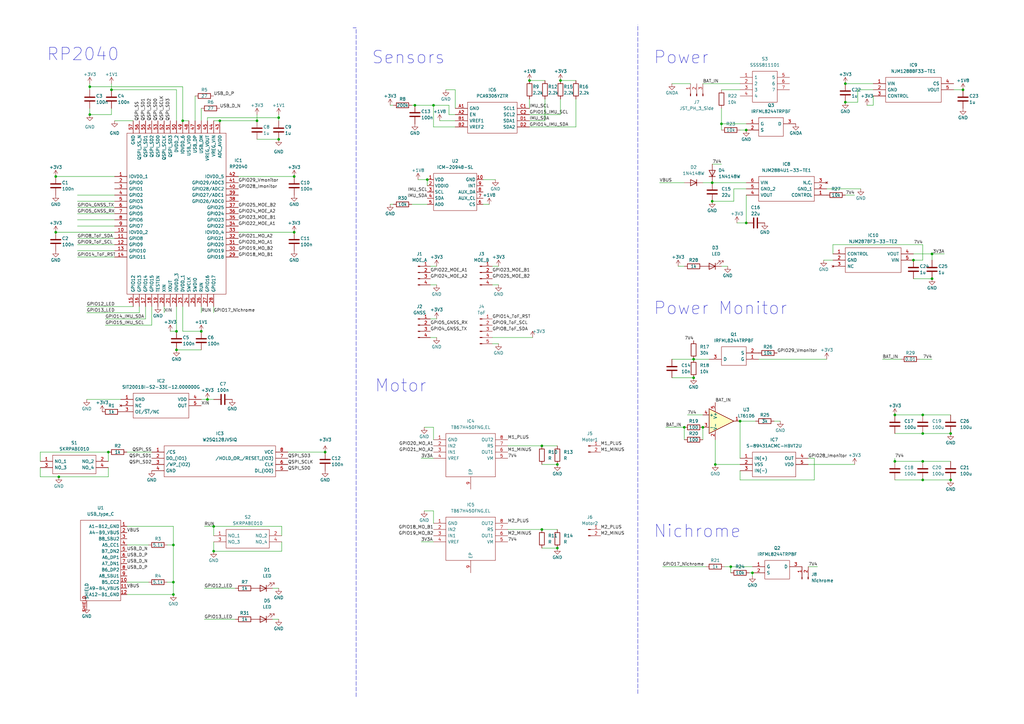
<source format=kicad_sch>
(kicad_sch (version 20211123) (generator eeschema)
  (paper "A3")
  (junction (at 378.46 177.8))
  (junction (at 36.83 35.56))
  (junction (at 44.45 185.42))
  (junction (at 120.65 72.39))
  (junction (at 228.6 190.5))
  (junction (at 303.53 172.72))
  (junction (at 394.97 36.83))
  (junction (at 85.09 163.83))
  (junction (at 288.29 175.26))
  (junction (at 293.37 190.5))
  (junction (at 378.46 170.18))
  (junction (at 114.3 48.26))
  (junction (at 72.39 135.89))
  (junction (at 222.25 182.88))
  (junction (at 299.72 232.41))
  (junction (at 229.87 33.02))
  (junction (at 217.17 33.02))
  (junction (at 36.83 46.99))
  (junction (at 378.46 189.23))
  (junction (at 105.41 49.53))
  (junction (at 306.07 91.44))
  (junction (at 22.86 72.39))
  (junction (at 374.65 106.68))
  (junction (at 280.67 175.26))
  (junction (at 71.12 243.84))
  (junction (at 389.89 177.8))
  (junction (at 71.12 238.76))
  (junction (at 72.39 143.51))
  (junction (at 82.55 135.89))
  (junction (at 133.35 185.42))
  (junction (at 382.27 104.14))
  (junction (at 24.13 195.58))
  (junction (at 292.1 74.93))
  (junction (at 292.1 82.55))
  (junction (at 87.63 226.06))
  (junction (at 367.03 170.18))
  (junction (at 222.25 217.17))
  (junction (at 177.8 43.18))
  (junction (at 284.48 147.32))
  (junction (at 90.17 49.53))
  (junction (at 71.12 223.52))
  (junction (at 22.86 95.25))
  (junction (at 378.46 196.85))
  (junction (at 284.48 154.94))
  (junction (at 120.65 95.25))
  (junction (at 87.63 215.9))
  (junction (at 382.27 114.3))
  (junction (at 346.71 34.29))
  (junction (at 389.89 196.85))
  (junction (at 367.03 189.23))
  (junction (at 170.18 43.18))
  (junction (at 45.72 36.83))
  (junction (at 228.6 224.79))
  (junction (at 308.61 234.95))
  (junction (at 295.91 50.8))
  (junction (at 74.93 49.53))
  (junction (at 114.3 57.15))
  (junction (at 175.26 73.66))
  (junction (at 306.07 53.34))
  (junction (at 346.71 41.91))
  (wire (pts (xy 229.87 33.02) (xy 236.22 33.02)))
  (polyline (pts (xy 261.62 284.48) (xy 261.62 10.16)))
  (wire (pts (xy 22.86 95.25) (xy 46.99 95.25)))
  (wire (pts (xy 292.1 74.93) (xy 288.29 74.93)))
  (wire (pts (xy 177.8 209.55) (xy 177.8 214.63)))
  (wire (pts (xy 114.3 46.99) (xy 114.3 48.26)))
  (wire (pts (xy 57.15 128.27) (xy 57.15 125.73)))
  (wire (pts (xy 114.3 241.3) (xy 111.76 241.3)))
  (wire (pts (xy 300.99 77.47) (xy 300.99 82.55)))
  (wire (pts (xy 31.75 105.41) (xy 46.99 105.41)))
  (polyline (pts (xy 146.05 285.75) (xy 146.05 11.43)))
  (wire (pts (xy 236.22 40.64) (xy 236.22 52.07)))
  (wire (pts (xy 351.79 41.91) (xy 346.71 41.91)))
  (wire (pts (xy 303.53 172.72) (xy 303.53 187.96)))
  (wire (pts (xy 367.03 189.23) (xy 378.46 189.23)))
  (wire (pts (xy 82.55 44.45) (xy 82.55 49.53)))
  (wire (pts (xy 62.23 133.35) (xy 62.23 125.73)))
  (wire (pts (xy 87.63 215.9) (xy 87.63 219.71)))
  (wire (pts (xy 351.79 36.83) (xy 351.79 41.91)))
  (polyline (pts (xy 144.78 11.43) (xy 146.05 11.43)))
  (wire (pts (xy 308.61 234.95) (xy 307.34 234.95)))
  (wire (pts (xy 133.35 185.42) (xy 118.11 185.42)))
  (wire (pts (xy 186.69 36.83) (xy 182.88 36.83)))
  (wire (pts (xy 67.31 128.27) (xy 67.31 125.73)))
  (wire (pts (xy 378.46 177.8) (xy 389.89 177.8)))
  (wire (pts (xy 69.85 135.89) (xy 72.39 135.89)))
  (wire (pts (xy 179.07 109.22) (xy 176.53 109.22)))
  (wire (pts (xy 358.14 36.83) (xy 351.79 36.83)))
  (wire (pts (xy 85.09 49.53) (xy 85.09 48.26)))
  (wire (pts (xy 36.83 35.56) (xy 74.93 35.56)))
  (wire (pts (xy 306.07 80.01) (xy 306.07 91.44)))
  (wire (pts (xy 186.69 44.45) (xy 186.69 36.83)))
  (wire (pts (xy 175.26 73.66) (xy 175.26 76.2)))
  (wire (pts (xy 341.63 100.33) (xy 341.63 104.14)))
  (wire (pts (xy 217.17 33.02) (xy 223.52 33.02)))
  (wire (pts (xy 160.02 83.82) (xy 161.29 83.82)))
  (wire (pts (xy 74.93 125.73) (xy 74.93 135.89)))
  (wire (pts (xy 303.53 196.85) (xy 303.53 193.04)))
  (wire (pts (xy 43.18 133.35) (xy 62.23 133.35)))
  (wire (pts (xy 270.51 74.93) (xy 280.67 74.93)))
  (wire (pts (xy 374.65 114.3) (xy 382.27 114.3)))
  (wire (pts (xy 35.56 163.83) (xy 49.53 163.83)))
  (wire (pts (xy 31.75 100.33) (xy 46.99 100.33)))
  (wire (pts (xy 22.86 72.39) (xy 46.99 72.39)))
  (wire (pts (xy 35.56 128.27) (xy 57.15 128.27)))
  (wire (pts (xy 222.25 182.88) (xy 228.6 182.88)))
  (wire (pts (xy 31.75 87.63) (xy 46.99 87.63)))
  (wire (pts (xy 184.15 43.18) (xy 177.8 43.18)))
  (wire (pts (xy 82.55 128.27) (xy 82.55 125.73)))
  (wire (pts (xy 31.75 102.87) (xy 46.99 102.87)))
  (wire (pts (xy 52.07 223.52) (xy 60.96 223.52)))
  (wire (pts (xy 180.34 49.53) (xy 186.69 49.53)))
  (wire (pts (xy 293.37 190.5) (xy 293.37 180.34)))
  (wire (pts (xy 16.51 195.58) (xy 24.13 195.58)))
  (wire (pts (xy 171.45 73.66) (xy 175.26 73.66)))
  (wire (pts (xy 203.2 73.66) (xy 198.12 73.66)))
  (wire (pts (xy 391.16 36.83) (xy 394.97 36.83)))
  (wire (pts (xy 308.61 232.41) (xy 299.72 232.41)))
  (wire (pts (xy 179.07 138.43) (xy 176.53 138.43)))
  (wire (pts (xy 306.07 77.47) (xy 300.99 77.47)))
  (wire (pts (xy 36.83 36.83) (xy 36.83 35.56)))
  (wire (pts (xy 374.65 104.14) (xy 382.27 104.14)))
  (wire (pts (xy 90.17 49.53) (xy 105.41 49.53)))
  (wire (pts (xy 168.91 83.82) (xy 175.26 83.82)))
  (wire (pts (xy 87.63 215.9) (xy 115.57 215.9)))
  (wire (pts (xy 52.07 243.84) (xy 71.12 243.84)))
  (wire (pts (xy 367.03 187.96) (xy 367.03 189.23)))
  (wire (pts (xy 335.28 232.41) (xy 331.47 232.41)))
  (wire (pts (xy 275.59 34.29) (xy 283.21 34.29)))
  (wire (pts (xy 173.99 209.55) (xy 177.8 209.55)))
  (wire (pts (xy 168.91 43.18) (xy 170.18 43.18)))
  (wire (pts (xy 74.93 35.56) (xy 74.93 49.53)))
  (wire (pts (xy 105.41 57.15) (xy 114.3 57.15)))
  (wire (pts (xy 275.59 154.94) (xy 284.48 154.94)))
  (wire (pts (xy 160.02 43.18) (xy 161.29 43.18)))
  (wire (pts (xy 292.1 74.93) (xy 306.07 74.93)))
  (wire (pts (xy 299.72 232.41) (xy 299.72 234.95)))
  (wire (pts (xy 97.79 72.39) (xy 120.65 72.39)))
  (wire (pts (xy 82.55 163.83) (xy 85.09 163.83)))
  (wire (pts (xy 358.14 43.18) (xy 355.6 43.18)))
  (wire (pts (xy 83.82 254) (xy 96.52 254)))
  (wire (pts (xy 31.75 82.55) (xy 46.99 82.55)))
  (wire (pts (xy 52.07 185.42) (xy 62.23 185.42)))
  (wire (pts (xy 337.82 106.68) (xy 341.63 106.68)))
  (wire (pts (xy 179.07 116.84) (xy 176.53 116.84)))
  (wire (pts (xy 306.07 91.44) (xy 302.26 91.44)))
  (wire (pts (xy 223.52 40.64) (xy 223.52 49.53)))
  (wire (pts (xy 24.13 195.58) (xy 44.45 195.58)))
  (wire (pts (xy 295.91 36.83) (xy 303.53 36.83)))
  (wire (pts (xy 85.09 48.26) (xy 114.3 48.26)))
  (wire (pts (xy 334.01 196.85) (xy 303.53 196.85)))
  (wire (pts (xy 72.39 36.83) (xy 45.72 36.83)))
  (wire (pts (xy 16.51 191.77) (xy 16.51 195.58)))
  (wire (pts (xy 31.75 97.79) (xy 46.99 97.79)))
  (wire (pts (xy 378.46 189.23) (xy 389.89 189.23)))
  (wire (pts (xy 382.27 106.68) (xy 382.27 104.14)))
  (wire (pts (xy 172.72 187.96) (xy 177.8 187.96)))
  (wire (pts (xy 44.45 191.77) (xy 44.45 195.58)))
  (wire (pts (xy 288.29 34.29) (xy 303.53 34.29)))
  (wire (pts (xy 87.63 222.25) (xy 87.63 226.06)))
  (wire (pts (xy 299.72 232.41) (xy 297.18 232.41)))
  (wire (pts (xy 350.52 80.01) (xy 346.71 80.01)))
  (wire (pts (xy 36.83 46.99) (xy 36.83 44.45)))
  (wire (pts (xy 87.63 163.83) (xy 85.09 163.83)))
  (wire (pts (xy 71.12 243.84) (xy 71.12 238.76)))
  (wire (pts (xy 208.28 182.88) (xy 222.25 182.88)))
  (wire (pts (xy 308.61 236.22) (xy 308.61 234.95)))
  (wire (pts (xy 229.87 40.64) (xy 229.87 46.99)))
  (wire (pts (xy 204.47 109.22) (xy 201.93 109.22)))
  (wire (pts (xy 223.52 49.53) (xy 217.17 49.53)))
  (wire (pts (xy 36.83 34.29) (xy 36.83 35.56)))
  (wire (pts (xy 222.25 224.79) (xy 228.6 224.79)))
  (wire (pts (xy 378.46 196.85) (xy 389.89 196.85)))
  (wire (pts (xy 177.8 175.26) (xy 177.8 180.34)))
  (wire (pts (xy 204.47 140.97) (xy 201.93 140.97)))
  (wire (pts (xy 367.03 177.8) (xy 378.46 177.8)))
  (wire (pts (xy 74.93 135.89) (xy 82.55 135.89)))
  (wire (pts (xy 114.3 254) (xy 111.76 254)))
  (wire (pts (xy 71.12 215.9) (xy 52.07 215.9)))
  (wire (pts (xy 339.09 147.32) (xy 311.15 147.32)))
  (wire (pts (xy 275.59 147.32) (xy 284.48 147.32)))
  (wire (pts (xy 83.82 241.3) (xy 96.52 241.3)))
  (wire (pts (xy 59.69 130.81) (xy 43.18 130.81)))
  (wire (pts (xy 306.07 53.34) (xy 303.53 53.34)))
  (wire (pts (xy 115.57 222.25) (xy 115.57 226.06)))
  (wire (pts (xy 378.46 106.68) (xy 378.46 100.33)))
  (wire (pts (xy 71.12 223.52) (xy 71.12 215.9)))
  (wire (pts (xy 46.99 49.53) (xy 54.61 49.53)))
  (wire (pts (xy 200.66 83.82) (xy 198.12 83.82)))
  (wire (pts (xy 71.12 238.76) (xy 71.12 223.52)))
  (wire (pts (xy 59.69 125.73) (xy 59.69 130.81)))
  (wire (pts (xy 105.41 46.99) (xy 105.41 49.53)))
  (wire (pts (xy 35.56 125.73) (xy 54.61 125.73)))
  (wire (pts (xy 186.69 52.07) (xy 177.8 52.07)))
  (wire (pts (xy 295.91 44.45) (xy 295.91 50.8)))
  (wire (pts (xy 222.25 217.17) (xy 228.6 217.17)))
  (wire (pts (xy 31.75 90.17) (xy 46.99 90.17)))
  (wire (pts (xy 353.06 77.47) (xy 339.09 77.47)))
  (wire (pts (xy 172.72 222.25) (xy 177.8 222.25)))
  (wire (pts (xy 290.83 147.32) (xy 284.48 147.32)))
  (wire (pts (xy 320.04 172.72) (xy 317.5 172.72)))
  (wire (pts (xy 114.3 49.53) (xy 114.3 48.26)))
  (wire (pts (xy 295.91 50.8) (xy 306.07 50.8)))
  (wire (pts (xy 350.52 190.5) (xy 331.47 190.5)))
  (wire (pts (xy 177.8 52.07) (xy 177.8 43.18)))
  (wire (pts (xy 236.22 52.07) (xy 217.17 52.07)))
  (wire (pts (xy 31.75 80.01) (xy 46.99 80.01)))
  (wire (pts (xy 36.83 46.99) (xy 45.72 46.99)))
  (wire (pts (xy 334.01 187.96) (xy 334.01 196.85)))
  (wire (pts (xy 382.27 147.32) (xy 377.19 147.32)))
  (wire (pts (xy 16.51 185.42) (xy 16.51 189.23)))
  (wire (pts (xy 367.03 196.85) (xy 378.46 196.85)))
  (wire (pts (xy 208.28 217.17) (xy 222.25 217.17)))
  (wire (pts (xy 273.05 175.26) (xy 280.67 175.26)))
  (wire (pts (xy 271.78 232.41) (xy 289.56 232.41)))
  (wire (pts (xy 44.45 185.42) (xy 44.45 189.23)))
  (wire (pts (xy 331.47 187.96) (xy 334.01 187.96)))
  (wire (pts (xy 186.69 46.99) (xy 184.15 46.99)))
  (wire (pts (xy 217.17 46.99) (xy 229.87 46.99)))
  (wire (pts (xy 80.01 39.37) (xy 80.01 49.53)))
  (wire (pts (xy 60.96 238.76) (xy 52.07 238.76)))
  (wire (pts (xy 217.17 40.64) (xy 217.17 44.45)))
  (wire (pts (xy 309.88 172.72) (xy 303.53 172.72)))
  (wire (pts (xy 87.63 49.53) (xy 90.17 49.53)))
  (wire (pts (xy 280.67 175.26) (xy 280.67 180.34)))
  (wire (pts (xy 72.39 125.73) (xy 72.39 135.89)))
  (wire (pts (xy 45.72 34.29) (xy 45.72 36.83)))
  (wire (pts (xy 87.63 128.27) (xy 87.63 125.73)))
  (wire (pts (xy 31.75 85.09) (xy 46.99 85.09)))
  (wire (pts (xy 358.14 39.37) (xy 358.14 43.18)))
  (wire (pts (xy 115.57 215.9) (xy 115.57 219.71)))
  (wire (pts (xy 346.71 34.29) (xy 358.14 34.29)))
  (wire (pts (xy 288.29 175.26) (xy 288.29 180.34)))
  (wire (pts (xy 170.18 43.18) (xy 177.8 43.18)))
  (wire (pts (xy 83.82 215.9) (xy 87.63 215.9)))
  (wire (pts (xy 387.35 104.14) (xy 382.27 104.14)))
  (wire (pts (xy 201.93 138.43) (xy 218.44 138.43)))
  (wire (pts (xy 367.03 170.18) (xy 378.46 170.18)))
  (wire (pts (xy 72.39 143.51) (xy 82.55 143.51)))
  (wire (pts (xy 45.72 46.99) (xy 45.72 44.45)))
  (wire (pts (xy 293.37 190.5) (xy 303.53 190.5)))
  (wire (pts (xy 173.99 175.26) (xy 177.8 175.26)))
  (wire (pts (xy 295.91 67.31) (xy 292.1 67.31)))
  (wire (pts (xy 378.46 170.18) (xy 389.89 170.18)))
  (wire (pts (xy 222.25 190.5) (xy 228.6 190.5)))
  (wire (pts (xy 378.46 100.33) (xy 341.63 100.33)))
  (wire (pts (xy 16.51 185.42) (xy 44.45 185.42)))
  (wire (pts (xy 68.58 238.76) (xy 71.12 238.76)))
  (wire (pts (xy 295.91 50.8) (xy 295.91 53.34)))
  (wire (pts (xy 97.79 95.25) (xy 120.65 95.25)))
  (wire (pts (xy 300.99 82.55) (xy 292.1 82.55)))
  (wire (pts (xy 72.39 49.53) (xy 72.39 36.83)))
  (wire (pts (xy 31.75 92.71) (xy 46.99 92.71)))
  (wire (pts (xy 74.93 49.53) (xy 77.47 49.53)))
  (wire (pts (xy 204.47 116.84) (xy 201.93 116.84)))
  (wire (pts (xy 184.15 46.99) (xy 184.15 43.18)))
  (wire (pts (xy 298.45 109.22) (xy 295.91 109.22)))
  (wire (pts (xy 115.57 226.06) (xy 87.63 226.06)))
  (wire (pts (xy 179.07 130.81) (xy 176.53 130.81)))
  (wire (pts (xy 278.13 109.22) (xy 280.67 109.22)))
  (wire (pts (xy 374.65 106.68) (xy 378.46 106.68)))
  (wire (pts (xy 68.58 223.52) (xy 71.12 223.52)))
  (wire (pts (xy 361.95 147.32) (xy 369.57 147.32)))
  (wire (pts (xy 281.94 170.18) (xy 288.29 170.18)))
  (text "Power" (at 267.97 26.67 0) (effects (font (size 5.12 5.12)) (justify left bottom)))
  (text "RP2040" (at 19.05 25.4 0) (effects (font (size 5.12 5.12)) (justify left bottom)))
  (text "Nichrome" (at 267.97 220.98 0) (effects (font (size 5.12 5.12)) (justify left bottom)))
  (text "Sensors" (at 152.4 26.67 0) (effects (font (size 5.12 5.12)) (justify left bottom)))
  (text "Motor" (at 153.67 161.29 0) (effects (font (size 5.12 5.12)) (justify left bottom)))
  (text "Power Monitor" (at 267.97 129.54 0) (effects (font (size 5.12 5.12)) (justify left bottom)))
  (label "QSPI_SD1" (at 59.69 49.53 90))
  (label "7V4" (at 367.03 187.96 0))
  (label "7V4" (at 281.94 170.18 0))
  (label "GPIO25_MOE_B2" (at 201.93 114.3 0))
  (label "QSPI_SD0" (at 118.11 193.04 0))
  (label "GPIO14_ToF_RST" (at 31.75 105.41 0))
  (label "GPIO21_MO_A2" (at 177.8 185.42 180))
  (label "3V3A" (at 172.72 222.25 0))
  (label "IMU_SDA" (at 217.17 49.53 0))
  (label "QSPI_SD2" (at 62.23 190.5 180))
  (label "QSPI_SCLK" (at 67.31 49.53 90))
  (label "GPIO14_IMU_SDA" (at 43.18 130.81 0))
  (label "3V3A" (at 387.35 104.14 180))
  (label "GPIO25_MOE_B2" (at 97.79 85.09 0))
  (label "QSPI_SD3" (at 69.85 49.53 90))
  (label "USB_D_N" (at 90.17 44.45 0))
  (label "7V4" (at 378.46 100.33 180))
  (label "GPIO29_Vmonitor" (at 97.79 74.93 0))
  (label "7V4" (at 208.28 222.25 0))
  (label "GPIO18_MO_B1" (at 97.79 105.41 0))
  (label "GPIO18_MO_B1" (at 177.8 217.17 180))
  (label "GPIO19_MO_B2" (at 177.8 219.71 180))
  (label "GPIO14_ToF_RST" (at 201.93 130.81 0))
  (label "M2_PLUS" (at 246.38 217.17 0))
  (label "GPIO9_ToF_SCL" (at 201.93 133.35 0))
  (label "GPIO29_Vmonitor" (at 318.77 144.78 0))
  (label "QSPI_SD2" (at 62.23 49.53 90))
  (label "GPIO15_IMU_SCL" (at 217.17 46.99 0))
  (label "GPIO20_MO_A1" (at 97.79 100.33 0))
  (label "3V3A" (at 172.72 187.96 0))
  (label "VBUS" (at 52.07 241.3 0))
  (label "GPIO17_Nichrome" (at 87.63 128.27 0))
  (label "USB_D_P" (at 87.63 39.37 0))
  (label "GPIO28_Imonitor" (at 331.47 187.96 0))
  (label "QSPI_SS" (at 57.15 49.53 90))
  (label "GPIO15_IMU_SCL" (at 43.18 133.35 0))
  (label "M1_MINUS" (at 246.38 185.42 0))
  (label "GPIO14_IMU_SDA" (at 217.17 52.07 0))
  (label "USB_D_N" (at 52.07 226.06 0))
  (label "M2_PLUS" (at 208.28 214.63 0))
  (label "BAT_IN" (at 273.05 175.26 0))
  (label "QSPI_SD3" (at 118.11 187.96 0))
  (label "GPIO17_Nichrome" (at 271.78 232.41 0))
  (label "GPIO12_LED" (at 83.82 241.3 0))
  (label "VBUS" (at 270.51 74.93 0))
  (label "GPIO4_GNSS_TX" (at 176.53 135.89 0))
  (label "IMU_SDA" (at 175.26 81.28 180))
  (label "GPIO22_MOE_A1" (at 176.53 111.76 0))
  (label "GPIO24_MOE_A2" (at 97.79 87.63 0))
  (label "GPIO23_MOE_B1" (at 97.79 90.17 0))
  (label "USB_D_P" (at 52.07 228.6 0))
  (label "RUN" (at 83.82 215.9 0))
  (label "GPIO13_LED" (at 35.56 128.27 0))
  (label "M1_MINUS" (at 208.28 185.42 0))
  (label "GPIO22_MOE_A1" (at 97.79 92.71 0))
  (label "USB_D_P" (at 52.07 233.68 0))
  (label "IMU_SCL" (at 175.26 78.74 180))
  (label "GPIO23_MOE_B1" (at 201.93 111.76 0))
  (label "USB_D_N" (at 52.07 231.14 0))
  (label "BAT_IN" (at 293.37 165.1 0))
  (label "GPIO28_Imonitor" (at 97.79 77.47 0))
  (label "BAT_IN" (at 361.95 147.32 0))
  (label "M2_MINUS" (at 246.38 219.71 0))
  (label "7V4" (at 208.28 187.96 0))
  (label "GPIO5_GNSS_RX" (at 31.75 87.63 0))
  (label "QSPI_SS" (at 62.23 185.42 180))
  (label "M2_MINUS" (at 208.28 219.71 0))
  (label "GPIO8_ToF_SDA" (at 31.75 97.79 0))
  (label "7V4" (at 350.52 80.01 180))
  (label "GPIO12_LED" (at 35.56 125.73 0))
  (label "7V4" (at 335.28 232.41 180))
  (label "VBUS" (at 52.07 218.44 0))
  (label "GPIO13_LED" (at 83.82 254 0))
  (label "GPIO9_ToF_SCL" (at 31.75 100.33 0))
  (label "M1_PLUS" (at 208.28 180.34 0))
  (label "QSPI_SD1" (at 62.23 187.96 180))
  (label "GPIO19_MO_B2" (at 97.79 102.87 0))
  (label "BAT_IN" (at 288.29 34.29 0))
  (label "GPIO21_MO_A2" (at 97.79 97.79 0))
  (label "7V4" (at 284.48 139.7 180))
  (label "GPIO24_MOE_A2" (at 176.53 114.3 0))
  (label "GPIO4_GNSS_TX" (at 31.75 85.09 0))
  (label "GPIO20_MO_A1" (at 177.8 182.88 180))
  (label "IMU_SCL" (at 217.17 44.45 0))
  (label "RUN" (at 82.55 128.27 0))
  (label "7V4" (at 295.91 67.31 180))
  (label "GPIO8_ToF_SDA" (at 201.93 135.89 0))
  (label "7V4" (at 382.27 147.32 180))
  (label "GPIO5_GNSS_RX" (at 176.53 133.35 0))
  (label "XIN" (at 82.55 166.37 0))
  (label "M1_PLUS" (at 246.38 182.88 0))
  (label "QSPI_SD0" (at 64.77 49.53 90))
  (label "QSPI_SCLK" (at 118.11 190.5 0))
  (label "XIN" (at 67.31 128.27 0))
  (symbol (lib_id "Amplifier_Current:LT6106") (at 295.91 172.72 0) (unit 1)
    (property "Reference" "U3" (at 306.07 168.021 0))
    (property "Value" "LT6106" (at 306.07 170.561 0))
    (property "Footprint" "Package_TO_SOT_SMD:SOT-23-5" (effects hide))
    (property "Datasheet" "https://www.analog.com/media/en/technical-documentation/data-sheets/6106fb.pdf" (effects hide))
  )
  (symbol (lib_id "power:GND") (at 71.12 243.84 0) (unit 1)
    (property "Reference" "#PWR0114" (effects hide))
    (property "Value" "GND" (at 71.12 247.65 0))
  )
  (symbol (lib_id "Device:R") (at 165.1 43.18 90) (unit 1)
    (property "Reference" "R8" (at 165.1 40.64 90))
    (property "Value" "200k" (at 165.1 43.18 90))
    (property "Footprint" "Resistor_SMD:R_0402_1005Metric" (effects hide))
    (property "LCSC" "C25764" (effects hide))
  )
  (symbol (lib_id "power:GND") (at 298.45 109.22 0) (unit 1)
    (property "Reference" "#PWR0162" (effects hide))
    (property "Value" "GND" (at 298.45 113.03 0))
  )
  (symbol (lib_id "power:GND") (at 170.18 50.8 0) (unit 1)
    (property "Reference" "#PWR0134" (effects hide))
    (property "Value" "GND" (at 170.18 54.61 0))
  )
  (symbol (lib_id "Device:C") (at 389.89 193.04 0) (unit 1)
    (property "Reference" "C21" (at 393.7 191.7699 0) (effects (justify left)))
    (property "Value" "100u" (at 393.7 194.3099 0) (effects (justify left)))
    (property "Footprint" "Capacitor_SMD:C_1206_3216Metric" (effects hide))
  )
  (symbol (lib_id "Device:C") (at 120.65 76.2 0) (unit 1)
    (property "Reference" "C10" (at 123.19 74.93 0) (effects (justify left)))
    (property "Value" "100n" (at 123.19 77.47 0) (effects (justify left)))
    (property "Footprint" "Capacitor_SMD:C_0603_1608Metric" (effects hide))
  )
  (symbol (lib_id "prometheus-schlib:ICM-20948-SL") (at 177.8 86.36 0) (unit 1)
    (property "Reference" "U2" (at 186.69 66.04 0))
    (property "Value" "ICM-20948-SL" (at 186.69 68.58 0))
    (property "Footprint" "tanekonsat:ICM-20948_SL" (effects hide))
  )
  (symbol (lib_id "Device:C") (at 394.97 40.64 0) (unit 1)
    (property "Reference" "C23" (at 397.51 39.37 0) (effects (justify left)))
    (property "Value" "1u" (at 397.51 41.91 0) (effects (justify left)))
    (property "Footprint" "Capacitor_SMD:C_0402_1005Metric" (effects hide))
    (property "LCSC" "C52923" (effects hide))
  )
  (symbol (lib_id "SamacSys_Parts:NJM2884U1-33-TE1") (at 339.09 80.01 180) (unit 1)
    (property "Reference" "IC8" (at 322.58 67.31 0))
    (property "Value" "NJM2884U1-33-TE1" (at 322.58 69.85 0))
    (property "Footprint" "SamacSys_Parts:SOT-89-5-1" (effects hide))
    (property "Datasheet" "https://datasheet.datasheetarchive.com/originals/distributors/Datasheets_SAMA/b94e053d9cfcd12f7d94bbb1d1d41848.pdf" (effects hide))
    (property "Description" "Low Dropout Voltage Regulator New Japan Radio NJM2884U1-33-TE1, LDO Voltage Regulator, 0.65A, 3.3 V +/-1%, 5-Pin SOT-89" (effects hide))
    (property "Manufacturer_Name" "New Japan Radio" (effects hide))
    (property "Manufacturer_Part_Number" "NJM2884U1-33-TE1" (effects hide))
    (property "Mouser Part Number" "513-NJM2884U1-33-TE1" (effects hide))
    (property "Mouser Price/Stock" "https://www.mouser.co.uk/ProductDetail/NJR/NJM2884U1-33-TE1?qs=3unH%2FDqlvl8RhrRFn1uloA%3D%3D" (effects hide))
  )
  (symbol (lib_id "power:GND") (at 120.65 80.01 0) (unit 1)
    (property "Reference" "#PWR0128" (effects hide))
    (property "Value" "GND" (at 120.65 83.82 0))
  )
  (symbol (lib_id "power:+3V3") (at 218.44 138.43 0) (unit 1)
    (property "Reference" "#PWR0144" (effects hide))
    (property "Value" "+3V3" (at 220.98 135.89 0))
  )
  (symbol (lib_id "power:GND") (at 22.86 102.87 0) (unit 1)
    (property "Reference" "#PWR0111" (effects hide))
    (property "Value" "GND" (at 22.86 106.68 0))
  )
  (symbol (lib_id "power:+1V8") (at 171.45 73.66 0) (unit 1)
    (property "Reference" "#PWR0138" (effects hide))
    (property "Value" "+1V8" (at 171.45 69.85 0))
  )
  (symbol (lib_id "Connector:Conn_01x02_Male") (at 328.93 237.49 90) (unit 1)
    (property "Reference" "J8" (at 332.74 235.5849 90) (effects (justify right)))
    (property "Value" "Nichrome" (at 332.74 238.1249 90) (effects (justify right)))
    (property "Footprint" "tanekonsat:PinHeader_1x02_P2.00mm_Vertical" (effects hide))
  )
  (symbol (lib_id "power:GND") (at 308.61 236.22 0) (unit 1)
    (property "Reference" "#PWR0167" (effects hide))
    (property "Value" "GND" (at 308.61 240.03 0))
  )
  (symbol (lib_id "power:GND") (at 204.47 116.84 0) (unit 1)
    (property "Reference" "#PWR0146" (effects hide))
    (property "Value" "GND" (at 204.47 120.65 0))
  )
  (symbol (lib_id "power:+3V3") (at 22.86 95.25 0) (unit 1)
    (property "Reference" "#PWR0110" (effects hide))
    (property "Value" "+3V3" (at 22.86 91.44 0))
  )
  (symbol (lib_id "power:GND") (at 337.82 106.68 0) (unit 1)
    (property "Reference" "#PWR0150" (effects hide))
    (property "Value" "GND" (at 337.82 110.49 0))
  )
  (symbol (lib_id "power:+3V3") (at 22.86 72.39 0) (unit 1)
    (property "Reference" "#PWR0112" (effects hide))
    (property "Value" "+3V3" (at 22.86 68.58 0))
  )
  (symbol (lib_id "power:+3V3") (at 120.65 72.39 0) (unit 1)
    (property "Reference" "#PWR0130" (effects hide))
    (property "Value" "+3V3" (at 120.65 68.58 0))
  )
  (symbol (lib_id "Device:C") (at 22.86 76.2 0) (unit 1)
    (property "Reference" "C1" (at 25.4 74.93 0) (effects (justify left)))
    (property "Value" "100n" (at 25.4 77.47 0) (effects (justify left)))
    (property "Footprint" "Capacitor_SMD:C_0603_1608Metric" (effects hide))
  )
  (symbol (lib_id "Device:R") (at 284.48 175.26 90) (unit 1)
    (property "Reference" "R19" (at 284.48 172.72 90))
    (property "Value" "100" (at 284.48 175.26 90))
    (property "Footprint" "Resistor_SMD:R_0402_1005Metric" (effects hide))
    (property "LCSC" "C25076" (effects hide))
  )
  (symbol (lib_id "power:+3V3") (at 69.85 135.89 0) (unit 1)
    (property "Reference" "#PWR0102" (effects hide))
    (property "Value" "+3V3" (at 69.85 132.08 0))
  )
  (symbol (lib_id "Device:R") (at 48.26 185.42 90) (unit 1)
    (property "Reference" "R2" (at 48.26 182.88 90))
    (property "Value" "1k" (at 48.26 185.42 90))
    (property "Footprint" "Resistor_SMD:R_0402_1005Metric" (effects hide))
    (property "LCSC" "C11702" (effects hide))
  )
  (symbol (lib_id "Device:R") (at 293.37 232.41 90) (unit 1)
    (property "Reference" "R21" (at 293.37 229.87 90))
    (property "Value" "1k" (at 293.37 232.41 90))
    (property "Footprint" "Resistor_SMD:R_0402_1005Metric" (effects hide))
    (property "LCSC" "C11702" (effects hide))
  )
  (symbol (lib_id "SamacSys_Parts:W25Q128JVSIQ") (at 62.23 185.42 0) (unit 1)
    (property "Reference" "IC3" (at 90.17 177.8 0))
    (property "Value" "W25Q128JVSIQ" (at 90.17 180.34 0))
    (property "Footprint" "SamacSys_Parts:SOIC127P790X216-8N" (effects hide))
    (property "Datasheet" "https://www.winbond.com/resource-files/w25q128jv%20revf%2003272018%20plus.pdf" (effects hide))
    (property "Description" "NOR Flash spiFlash, 3V, 128M-bit, 4Kb Uniform Sector" (effects hide))
    (property "Height" "2.16" (effects hide))
    (property "Manufacturer_Name" "Winbond" (effects hide))
    (property "Manufacturer_Part_Number" "W25Q128JVSIQ" (effects hide))
    (property "Mouser Part Number" "454-W25Q128JVSIQ" (effects hide))
    (property "Mouser Price/Stock" "https://www.mouser.co.uk/ProductDetail/Winbond/W25Q128JVSIQ?qs=qSfuJ%252Bfl%2Fd6tLXvPR4fl9w%3D%3D" (effects hide))
    (property "Arrow Part Number" "W25Q128JVSIQ" (effects hide))
    (property "Arrow Price/Stock" "https://www.arrow.com/en/products/w25q128jvsiq/winbond-electronics?region=nac" (effects hide))
  )
  (symbol (lib_id "power:GND") (at 114.3 254 0) (unit 1)
    (property "Reference" "#PWR0176" (effects hide))
    (property "Value" "GND" (at 114.3 257.81 0))
  )
  (symbol (lib_id "Device:R") (at 45.72 168.91 90) (unit 1)
    (property "Reference" "R1" (at 45.72 166.37 90))
    (property "Value" "1k" (at 45.72 168.91 90))
    (property "Footprint" "Resistor_SMD:R_0402_1005Metric" (effects hide))
    (property "LCSC" "C11702" (effects hide))
  )
  (symbol (lib_id "Connector:Conn_01x04_Male") (at 171.45 133.35 0) (unit 1)
    (property "Reference" "J2" (at 172.085 125.73 0))
    (property "Value" "GNSS" (at 172.085 128.27 0))
    (property "Footprint" "tanekonsat:PinHeader_1x04_P2.00mm_Vertical" (effects hide))
  )
  (symbol (lib_id "power:+3V3") (at 204.47 109.22 0) (unit 1)
    (property "Reference" "#PWR0145" (effects hide))
    (property "Value" "+3V3" (at 204.47 105.41 0))
  )
  (symbol (lib_id "power:GND") (at 36.83 46.99 0) (unit 1)
    (property "Reference" "#PWR0121" (effects hide))
    (property "Value" "GND" (at 36.83 52.07 0))
  )
  (symbol (lib_id "power:GND") (at 173.99 175.26 0) (unit 1)
    (property "Reference" "#PWR0153" (effects hide))
    (property "Value" "GND" (at 173.99 179.07 0))
  )
  (symbol (lib_id "Device:LED") (at 292.1 109.22 180) (unit 1)
    (property "Reference" "D3" (at 293.37 101.6 0))
    (property "Value" "LED" (at 293.6875 104.14 0))
    (property "Footprint" "LED_SMD:LED_0603_1608Metric" (effects hide))
    (property "LCSC" "C72041" (effects hide))
  )
  (symbol (lib_id "Device:C") (at 45.72 40.64 0) (unit 1)
    (property "Reference" "C4" (at 48.26 39.37 0) (effects (justify left)))
    (property "Value" "100n" (at 48.26 41.91 0) (effects (justify left)))
    (property "Footprint" "Capacitor_SMD:C_0402_1005Metric" (effects hide))
    (property "LCSC" "C307331" (effects hide))
  )
  (symbol (lib_id "power:+1V8") (at 180.34 49.53 0) (unit 1)
    (property "Reference" "#PWR0135" (effects hide))
    (property "Value" "+1V8" (at 180.34 45.72 0))
  )
  (symbol (lib_id "SamacSys_Parts:IRFML8244TRPBF") (at 308.61 232.41 0) (unit 1)
    (property "Reference" "Q2" (at 318.77 224.79 0))
    (property "Value" "IRFML8244TRPBF" (at 318.77 227.33 0))
    (property "Footprint" "SamacSys_Parts:SOT95P237X112-3N" (effects hide))
    (property "Datasheet" "http://www.infineon.com/dgdl/irfml8244pbf.pdf?fileId=5546d462533600a40153562817c91fc0" (effects hide))
    (property "Description" "MOSFET MOSFT 25V 5.8A 24mOhm 5.4 Qg" (effects hide))
    (property "Height" "1.12" (effects hide))
    (property "Manufacturer_Name" "Infineon" (effects hide))
    (property "Manufacturer_Part_Number" "IRFML8244TRPBF" (effects hide))
    (property "Mouser Part Number" "942-IRFML8244TRPBF" (effects hide))
    (property "Mouser Price/Stock" "https://www.mouser.co.uk/ProductDetail/Infineon-IR/IRFML8244TRPBF?qs=9%252BKlkBgLFf0%252B01xOpCf7sA%3D%3D" (effects hide))
    (property "Arrow Part Number" "IRFML8244TRPBF" (effects hide))
    (property "Arrow Price/Stock" "https://www.arrow.com/en/products/irfml8244trpbf/infineon-technologies-ag" (effects hide))
  )
  (symbol (lib_id "Device:R") (at 284.48 180.34 90) (unit 1)
    (property "Reference" "R20" (at 284.48 177.8 90))
    (property "Value" "100" (at 284.48 180.34 90))
    (property "Footprint" "Resistor_SMD:R_0402_1005Metric" (effects hide))
    (property "LCSC" "C25076" (effects hide))
  )
  (symbol (lib_id "Device:C") (at 114.3 53.34 0) (unit 1)
    (property "Reference" "C9" (at 116.84 52.07 0) (effects (justify left)))
    (property "Value" "1u" (at 116.84 54.61 0) (effects (justify left)))
    (property "Footprint" "Capacitor_SMD:C_0402_1005Metric" (effects hide))
    (property "LCSC" "C52923" (effects hide))
  )
  (symbol (lib_id "power:GND") (at 120.65 102.87 0) (unit 1)
    (property "Reference" "#PWR0129" (effects hide))
    (property "Value" "GND" (at 120.65 106.68 0))
  )
  (symbol (lib_id "power:GND") (at 284.48 154.94 0) (unit 1)
    (property "Reference" "#PWR0173" (effects hide))
    (property "Value" "GND" (at 284.48 158.75 0))
  )
  (symbol (lib_id "power:+3V3") (at 133.35 185.42 0) (unit 1)
    (property "Reference" "#PWR0125" (effects hide))
    (property "Value" "+3V3" (at 133.35 180.34 0))
  )
  (symbol (lib_id "power:GND") (at 179.07 138.43 0) (unit 1)
    (property "Reference" "#PWR0143" (effects hide))
    (property "Value" "GND" (at 179.07 142.24 0))
  )
  (symbol (lib_id "Device:R") (at 100.33 241.3 90) (unit 1)
    (property "Reference" "R7" (at 100.33 238.76 90))
    (property "Value" "1k" (at 100.33 241.3 90))
    (property "Footprint" "Resistor_SMD:R_0402_1005Metric" (effects hide))
    (property "LCSC" "C11702" (effects hide))
  )
  (symbol (lib_id "Device:R") (at 342.9 80.01 90) (unit 1)
    (property "Reference" "R27" (at 342.9 77.47 90))
    (property "Value" "10k" (at 342.9 80.01 90))
    (property "Footprint" "Resistor_SMD:R_0402_1005Metric" (effects hide))
    (property "LCSC" "C25744" (effects hide))
  )
  (symbol (lib_id "power:GND") (at 306.07 53.34 0) (unit 1)
    (property "Reference" "#PWR0159" (effects hide))
    (property "Value" "GND" (at 306.07 57.15 0))
  )
  (symbol (lib_id "Connector:Conn_01x04_Male") (at 171.45 111.76 0) (unit 1)
    (property "Reference" "J1" (at 172.085 104.14 0))
    (property "Value" "MOE_A" (at 172.085 106.68 0))
    (property "Footprint" "tanekonsat:PinHeader_1x04_P2.00mm_Vertical" (effects hide))
  )
  (symbol (lib_id "power:+3V3") (at 302.26 91.44 0) (unit 1)
    (property "Reference" "#PWR0171" (effects hide))
    (property "Value" "+3V3" (at 302.26 87.63 0))
  )
  (symbol (lib_id "Device:R") (at 165.1 83.82 90) (unit 1)
    (property "Reference" "R30" (at 165.1 81.28 90))
    (property "Value" "10k" (at 165.1 83.82 90))
    (property "Footprint" "Resistor_SMD:R_0402_1005Metric" (effects hide))
    (property "LCSC" "C25744" (effects hide))
  )
  (symbol (lib_id "Device:C") (at 378.46 173.99 0) (unit 1)
    (property "Reference" "C19" (at 382.27 172.7199 0) (effects (justify left)))
    (property "Value" "100u" (at 382.27 175.2599 0) (effects (justify left)))
    (property "Footprint" "Capacitor_SMD:C_1206_3216Metric" (effects hide))
  )
  (symbol (lib_id "power:GND") (at 182.88 36.83 0) (unit 1)
    (property "Reference" "#PWR0133" (effects hide))
    (property "Value" "GND" (at 182.88 40.64 0))
  )
  (symbol (lib_id "SamacSys_Parts:SSSS811101") (at 303.53 31.75 0) (unit 1)
    (property "Reference" "S3" (at 313.69 24.13 0))
    (property "Value" "SSSS811101" (at 313.69 26.67 0))
    (property "Footprint" "SamacSys_Parts:SSSS811101" (effects hide))
    (property "Description" "Slide Switches SPDT HORZ GRND 1.5mm" (effects hide))
    (property "Height" "1.6" (effects hide))
    (property "Manufacturer_Name" "ALPS Electric" (effects hide))
    (property "Manufacturer_Part_Number" "SSSS811101" (effects hide))
    (property "Mouser Part Number" "688-SSSS811101" (effects hide))
    (property "Mouser Price/Stock" "https://www.mouser.co.uk/ProductDetail/Alps-Alpine/SSSS811101?qs=m0BA540hBPe%2FELmLcs%2FcCA%3D%3D" (effects hide))
    (property "Arrow Part Number" "SSSS811101" (effects hide))
    (property "Arrow Price/Stock" "https://www.arrow.com/en/products/ssss811101/alps-electric" (effects hide))
    (property "LCSC" "C109335" (effects hide))
  )
  (symbol (lib_id "Device:C") (at 133.35 189.23 0) (unit 1)
    (property "Reference" "C12" (at 135.89 187.96 0) (effects (justify left)))
    (property "Value" "100n" (at 135.89 190.5 0) (effects (justify left)))
    (property "Footprint" "Capacitor_SMD:C_0402_1005Metric" (effects hide))
    (property "LCSC" "C307331" (effects hide))
  )
  (symbol (lib_id "power:GND") (at 346.71 41.91 0) (unit 1)
    (property "Reference" "#PWR0139" (effects hide))
    (property "Value" "GND" (at 346.71 45.72 0))
  )
  (symbol (lib_id "Device:R") (at 228.6 220.98 0) (unit 1)
    (property "Reference" "R14" (at 231.14 219.7099 0) (effects (justify left)))
    (property "Value" "R" (at 231.14 222.2499 0) (effects (justify left)))
    (property "Footprint" "Resistor_SMD:R_0603_1608Metric" (effects hide))
  )
  (symbol (lib_id "power:+3V3") (at 120.65 95.25 0) (unit 1)
    (property "Reference" "#PWR0127" (effects hide))
    (property "Value" "+3V3" (at 120.65 91.44 0))
  )
  (symbol (lib_id "Device:C") (at 120.65 99.06 0) (unit 1)
    (property "Reference" "C11" (at 123.19 97.79 0) (effects (justify left)))
    (property "Value" "100n" (at 123.19 100.33 0) (effects (justify left)))
    (property "Footprint" "Capacitor_SMD:C_0402_1005Metric" (effects hide))
    (property "LCSC" "C307331" (effects hide))
  )
  (symbol (lib_id "Device:C") (at 367.03 173.99 0) (unit 1)
    (property "Reference" "C17" (at 370.84 172.7199 0) (effects (justify left)))
    (property "Value" "100u" (at 370.84 175.2599 0) (effects (justify left)))
    (property "Footprint" "Capacitor_SMD:C_1206_3216Metric" (effects hide))
  )
  (symbol (lib_id "power:+3V3") (at 85.09 163.83 0) (unit 1)
    (property "Reference" "#PWR0103" (effects hide))
    (property "Value" "+3V3" (at 85.09 160.02 0))
  )
  (symbol (lib_id "Device:R") (at 284.48 109.22 90) (unit 1)
    (property "Reference" "R28" (at 284.48 106.68 90))
    (property "Value" "1k" (at 284.48 109.22 90))
    (property "Footprint" "Resistor_SMD:R_0402_1005Metric" (effects hide))
    (property "LCSC" "C11702" (effects hide))
  )
  (symbol (lib_id "power:+3V3") (at 346.71 34.29 0) (unit 1)
    (property "Reference" "#PWR0174" (effects hide))
    (property "Value" "+3V3" (at 346.71 30.48 0))
  )
  (symbol (lib_id "SamacSys_Parts:SKRPABE010") (at 16.51 189.23 0) (unit 1)
    (property "Reference" "S1" (at 30.48 181.61 0))
    (property "Value" "SKRPABE010" (at 30.48 184.15 0))
    (property "Footprint" "SamacSys_Parts:SKRPABE010" (effects hide))
    (property "Datasheet" "https://datasheet.lcsc.com/szlcsc/ALPS-Electric-SKRPABE010_C115360.pdf" (effects hide))
    (property "Description" "Switch Tactile N.O. SPST Button J-Bend 0.05A 16VDC 1.57N SMD Automotive T/R" (effects hide))
    (property "Height" "2.5" (effects hide))
    (property "Manufacturer_Name" "ALPS Electric" (effects hide))
    (property "Manufacturer_Part_Number" "SKRPABE010" (effects hide))
    (property "Mouser Part Number" "688-SKRPAB" (effects hide))
    (property "Mouser Price/Stock" "https://www.mouser.co.uk/ProductDetail/Alps-Alpine/SKRPABE010?qs=m0BA540hBPe1GpcSf%2FZ5Yw%3D%3D" (effects hide))
    (property "LCSC" "C115360" (effects hide))
  )
  (symbol (lib_id "Device:C") (at 367.03 193.04 0) (unit 1)
    (property "Reference" "C18" (at 370.84 191.7699 0) (effects (justify left)))
    (property "Value" "100u" (at 370.84 194.3099 0) (effects (justify left)))
    (property "Footprint" "Capacitor_SMD:C_1206_3216Metric" (effects hide))
  )
  (symbol (lib_id "Diode:1N4148W") (at 292.1 71.12 90) (unit 1)
    (property "Reference" "D4" (at 294.64 69.8499 90) (effects (justify right)))
    (property "Value" "1N4148W" (at 294.64 72.3899 90) (effects (justify right)))
    (property "Footprint" "Diode_SMD:D_SOD-123" (effects hide))
    (property "Datasheet" "https://www.vishay.com/docs/85748/1n4148w.pdf" (effects hide))
  )
  (symbol (lib_id "Device:R") (at 295.91 40.64 0) (unit 1)
    (property "Reference" "R22" (at 298.45 39.3699 0) (effects (justify left)))
    (property "Value" "10k" (at 298.45 41.9099 0) (effects (justify left)))
    (property "Footprint" "Resistor_SMD:R_0402_1005Metric" (effects hide))
    (property "LCSC" "C25744" (effects hide))
  )
  (symbol (lib_id "power:GND") (at 160.02 83.82 0) (unit 1)
    (property "Reference" "#PWR01" (effects hide))
    (property "Value" "GND" (at 160.02 87.63 0))
  )
  (symbol (lib_id "SamacSys_Parts:NJM2878F3-33-TE2") (at 341.63 104.14 0) (unit 1)
    (property "Reference" "IC10" (at 358.14 96.52 0))
    (property "Value" "NJM2878F3-33-TE2" (at 358.14 99.06 0))
    (property "Footprint" "SOT65P210X100-5N" (effects hide))
    (property "Description" "LDO Voltage Regulators Lw Dropout Volt Reg w/On/Off Cntrl" (effects hide))
    (property "Height" "1" (effects hide))
    (property "Manufacturer_Name" "New Japan Radio" (effects hide))
    (property "Manufacturer_Part_Number" "NJM2878F3-33-TE2" (effects hide))
    (property "Mouser Part Number" "513-NJM2878F3-33-TE2" (effects hide))
    (property "Mouser Price/Stock" "https://www.mouser.com/Search/Refine.aspx?Keyword=513-NJM2878F3-33-TE2" (effects hide))
  )
  (symbol (lib_id "power:GND") (at 203.2 73.66 0) (unit 1)
    (property "Reference" "#PWR03" (effects hide))
    (property "Value" "GND" (at 203.2 77.47 0))
  )
  (symbol (lib_id "Device:R") (at 314.96 144.78 90) (unit 1)
    (property "Reference" "R26" (at 314.96 142.24 90))
    (property "Value" "10k" (at 314.96 144.78 90))
    (property "Footprint" "Resistor_SMD:R_0402_1005Metric" (effects hide))
    (property "LCSC" "C25744" (effects hide))
  )
  (symbol (lib_id "power:+3V3") (at 367.03 170.18 0) (unit 1)
    (property "Reference" "#PWR0165" (effects hide))
    (property "Value" "+3V3" (at 367.03 166.37 0))
  )
  (symbol (lib_id "Device:C") (at 378.46 193.04 0) (unit 1)
    (property "Reference" "C20" (at 382.27 191.7699 0) (effects (justify left)))
    (property "Value" "100u" (at 382.27 194.3099 0) (effects (justify left)))
    (property "Footprint" "Capacitor_SMD:C_1206_3216Metric" (effects hide))
  )
  (symbol (lib_id "power:GND") (at 313.69 91.44 0) (unit 1)
    (property "Reference" "#PWR0172" (effects hide))
    (property "Value" "GND" (at 313.69 95.25 0))
  )
  (symbol (lib_id "Device:C") (at 346.71 38.1 0) (unit 1)
    (property "Reference" "C22" (at 349.25 36.83 0) (effects (justify left)))
    (property "Value" "1u" (at 349.25 39.37 0) (effects (justify left)))
    (property "Footprint" "Capacitor_SMD:C_0402_1005Metric" (effects hide))
    (property "LCSC" "C52923" (effects hide))
  )
  (symbol (lib_id "Device:C") (at 82.55 139.7 0) (unit 1)
    (property "Reference" "C6" (at 85.09 138.43 0) (effects (justify left)))
    (property "Value" "100n" (at 85.09 140.97 0) (effects (justify left)))
    (property "Footprint" "Capacitor_SMD:C_0603_1608Metric" (effects hide))
  )
  (symbol (lib_id "Connector:Conn_01x02_Male") (at 241.3 182.88 0) (unit 1)
    (property "Reference" "J5" (at 241.935 177.8 0))
    (property "Value" "Motor1" (at 241.935 180.34 0))
    (property "Footprint" "tanekonsat:PinHeader_1x02_P2.00mm_Vertical" (effects hide))
  )
  (symbol (lib_id "Device:C") (at 72.39 139.7 0) (unit 1)
    (property "Reference" "C5" (at 74.93 138.43 0) (effects (justify left)))
    (property "Value" "100n" (at 74.93 140.97 0) (effects (justify left)))
    (property "Footprint" "Capacitor_SMD:C_0603_1608Metric" (effects hide))
  )
  (symbol (lib_id "SamacSys_Parts:S-89431ACMC-HBVT2U") (at 303.53 187.96 0) (unit 1)
    (property "Reference" "IC7" (at 317.5 180.34 0))
    (property "Value" "S-89431ACMC-HBVT2U" (at 317.5 182.88 0))
    (property "Footprint" "SamacSys_Parts:SOT95P275X130-5N" (effects hide))
    (property "Datasheet" "https://datasheet.datasheetarchive.com/originals/distributors/DKDS-7/134209.pdf" (effects hide))
    (property "Description" "Operational Amplifiers - Op Amps OP AMP 5MV 0.5UA 0.9V-5.5V 5KHZ" (effects hide))
    (property "Height" "1.3" (effects hide))
    (property "Manufacturer_Name" "ABLIC Inc." (effects hide))
    (property "Manufacturer_Part_Number" "S-89431ACMC-HBVT2U" (effects hide))
    (property "Mouser Part Number" "628-S89431ACMCHBVT2G" (effects hide))
    (property "Mouser Price/Stock" "https://www.mouser.co.uk/ProductDetail/ABLIC/S-89431ACMC-HBVT2U/?qs=sE1HjTVAc2jFUPQ1oZ8CUg%3D%3D" (effects hide))
  )
  (symbol (lib_id "Connector:Conn_01x03_Male") (at 285.75 39.37 90) (unit 1)
    (property "Reference" "J7" (at 285.75 41.91 90))
    (property "Value" "JST_PH_3_Side" (at 285.75 44.45 90))
    (property "Footprint" "Connectors_JST:JST_PH_S3B-PH-K_03x2.00mm_Angled" (effects hide))
  )
  (symbol (lib_id "Device:R") (at 222.25 186.69 0) (unit 1)
    (property "Reference" "R10" (at 224.79 185.4199 0) (effects (justify left)))
    (property "Value" "R" (at 224.79 187.9599 0) (effects (justify left)))
    (property "Footprint" "Resistor_SMD:R_0603_1608Metric" (effects hide))
  )
  (symbol (lib_id "Device:C") (at 309.88 91.44 270) (unit 1)
    (property "Reference" "C16" (at 309.88 85.09 90))
    (property "Value" "22u" (at 309.88 87.63 90))
    (property "Footprint" "Capacitor_SMD:C_0603_1608Metric" (effects hide))
    (property "LCSC" "C59461" (effects hide))
  )
  (symbol (lib_id "Connector:Conn_01x04_Male") (at 196.85 111.76 0) (unit 1)
    (property "Reference" "J3" (at 197.485 104.14 0))
    (property "Value" "MOE_B" (at 197.485 106.68 0))
    (property "Footprint" "tanekonsat:PinHeader_1x04_P2.00mm_Vertical" (effects hide))
  )
  (symbol (lib_id "Device:R") (at 217.17 36.83 0) (unit 1)
    (property "Reference" "R9" (at 218.44 35.56 0) (effects (justify left)))
    (property "Value" "2.2k" (at 218.44 38.1 0) (effects (justify left)))
    (property "Footprint" "Resistor_SMD:R_0402_1005Metric" (effects hide))
    (property "LCSC" "C25879" (effects hide))
  )
  (symbol (lib_id "power:GND") (at 24.13 195.58 0) (unit 1)
    (property "Reference" "#PWR0117" (effects hide))
    (property "Value" "GND" (at 24.13 199.39 0))
  )
  (symbol (lib_id "Device:R") (at 284.48 143.51 0) (unit 1)
    (property "Reference" "R17" (at 287.02 142.2399 0) (effects (justify left)))
    (property "Value" "30k" (at 287.02 144.7799 0) (effects (justify left)))
    (property "Footprint" "Resistor_SMD:R_0603_1608Metric" (effects hide))
    (property "LCSC" "C22984" (effects hide))
  )
  (symbol (lib_id "power:GND") (at 35.56 248.92 0) (unit 1)
    (property "Reference" "#PWR0115" (effects hide))
    (property "Value" "GND" (at 35.56 252.73 0))
  )
  (symbol (lib_id "Device:R") (at 228.6 186.69 0) (unit 1)
    (property "Reference" "R13" (at 231.14 185.4199 0) (effects (justify left)))
    (property "Value" "R" (at 231.14 187.9599 0) (effects (justify left)))
    (property "Footprint" "Resistor_SMD:R_0603_1608Metric" (effects hide))
  )
  (symbol (lib_id "power:GND") (at 389.89 177.8 0) (unit 1)
    (property "Reference" "#PWR0164" (effects hide))
    (property "Value" "GND" (at 389.89 181.61 0))
  )
  (symbol (lib_id "SamacSys_Parts:NJM12888F33-TE1") (at 358.14 34.29 0) (unit 1)
    (property "Reference" "IC9" (at 374.65 26.67 0))
    (property "Value" "NJM12888F33-TE1" (at 374.65 29.21 0))
    (property "Footprint" "SamacSys_Parts:SOT95P280X130-5N" (effects hide))
    (property "Datasheet" "https://datasheet.datasheetarchive.com/originals/distributors/Datasheets_SAMA/41d36985d2145aa96bd8d26cf3313f80.pdf" (effects hide))
    (property "Description" "LDO Voltage Regulators LDO ADJ High Ripple 3.3V Vo 1% 300mA" (effects hide))
    (property "Height" "1.3" (effects hide))
    (property "Manufacturer_Name" "New Japan Radio" (effects hide))
    (property "Manufacturer_Part_Number" "NJM12888F33-TE1" (effects hide))
    (property "Mouser Part Number" "513-NJM12888F33-TE1" (effects hide))
    (property "Mouser Price/Stock" "https://www.mouser.co.uk/ProductDetail/NJR/NJM12888F33-TE1?qs=G%2F5vCLrg9vwBtNycnP%252BG1Q%3D%3D" (effects hide))
  )
  (symbol (lib_id "power:+3V3") (at 105.41 46.99 0) (unit 1)
    (property "Reference" "#PWR0119" (effects hide))
    (property "Value" "+3V3" (at 105.41 43.18 0))
  )
  (symbol (lib_id "Device:R") (at 64.77 223.52 90) (unit 1)
    (property "Reference" "R3" (at 64.77 220.98 90))
    (property "Value" "5.1k" (at 64.77 223.52 90))
    (property "Footprint" "Resistor_SMD:R_0402_1005Metric" (effects hide))
    (property "LCSC" "C25905" (effects hide))
  )
  (symbol (lib_id "power:+1V8") (at 200.66 83.82 0) (unit 1)
    (property "Reference" "#PWR02" (effects hide))
    (property "Value" "+1V8" (at 200.66 80.01 0))
  )
  (symbol (lib_id "Device:C") (at 374.65 110.49 0) (unit 1)
    (property "Reference" "C24" (at 377.19 109.22 0) (effects (justify left)))
    (property "Value" "1u" (at 377.19 111.76 0) (effects (justify left)))
    (property "Footprint" "Capacitor_SMD:C_0402_1005Metric" (effects hide))
    (property "LCSC" "C52923" (effects hide))
  )
  (symbol (lib_id "power:GND") (at 382.27 114.3 0) (unit 1)
    (property "Reference" "#PWR0152" (effects hide))
    (property "Value" "GND" (at 382.27 118.11 0))
  )
  (symbol (lib_id "power:GND") (at 204.47 140.97 0) (unit 1)
    (property "Reference" "#PWR0147" (effects hide))
    (property "Value" "GND" (at 204.47 144.78 0))
  )
  (symbol (lib_id "Device:R") (at 299.72 53.34 90) (unit 1)
    (property "Reference" "R23" (at 299.72 50.8 90))
    (property "Value" "10k" (at 299.72 53.34 90))
    (property "Footprint" "Resistor_SMD:R_0402_1005Metric" (effects hide))
    (property "LCSC" "C25744" (effects hide))
  )
  (symbol (lib_id "power:GND") (at 228.6 224.79 0) (unit 1)
    (property "Reference" "#PWR0155" (effects hide))
    (property "Value" "GND" (at 228.6 228.6 0))
  )
  (symbol (lib_id "power:GND") (at 173.99 209.55 0) (unit 1)
    (property "Reference" "#PWR0151" (effects hide))
    (property "Value" "GND" (at 173.99 213.36 0))
  )
  (symbol (lib_id "power:+1V1") (at 45.72 34.29 0) (unit 1)
    (property "Reference" "#PWR0118" (effects hide))
    (property "Value" "+1V1" (at 45.72 30.48 0))
  )
  (symbol (lib_id "power:GND") (at 353.06 77.47 0) (unit 1)
    (property "Reference" "#PWR0160" (effects hide))
    (property "Value" "GND" (at 353.06 81.28 0))
  )
  (symbol (lib_id "power:GNDA") (at 275.59 34.29 0) (unit 1)
    (property "Reference" "#PWR0157" (effects hide))
    (property "Value" "GNDA" (at 275.59 38.1 0))
  )
  (symbol (lib_id "SamacSys_Parts:SKRPABE010") (at 87.63 219.71 0) (unit 1)
    (property "Reference" "S2" (at 101.6 212.09 0))
    (property "Value" "SKRPABE010" (at 101.6 214.63 0))
    (property "Footprint" "SamacSys_Parts:SKRPABE010" (effects hide))
    (property "Datasheet" "https://datasheet.lcsc.com/szlcsc/ALPS-Electric-SKRPABE010_C115360.pdf" (effects hide))
    (property "Description" "Switch Tactile N.O. SPST Button J-Bend 0.05A 16VDC 1.57N SMD Automotive T/R" (effects hide))
    (property "Height" "2.5" (effects hide))
    (property "Manufacturer_Name" "ALPS Electric" (effects hide))
    (property "Manufacturer_Part_Number" "SKRPABE010" (effects hide))
    (property "Mouser Part Number" "688-SKRPAB" (effects hide))
    (property "Mouser Price/Stock" "https://www.mouser.co.uk/ProductDetail/Alps-Alpine/SKRPABE010?qs=m0BA540hBPe1GpcSf%2FZ5Yw%3D%3D" (effects hide))
    (property "LCSC" "C115360" (effects hide))
  )
  (symbol (lib_id "Device:R") (at 222.25 220.98 0) (unit 1)
    (property "Reference" "R11" (at 224.79 219.7099 0) (effects (justify left)))
    (property "Value" "R" (at 224.79 222.2499 0) (effects (justify left)))
    (property "Footprint" "Resistor_SMD:R_0603_1608Metric" (effects hide))
  )
  (symbol (lib_id "power:+3V3") (at 179.07 109.22 0) (unit 1)
    (property "Reference" "#PWR0142" (effects hide))
    (property "Value" "+3V3" (at 179.07 105.41 0))
  )
  (symbol (lib_id "power:GND") (at 394.97 44.45 0) (unit 1)
    (property "Reference" "#PWR0175" (effects hide))
    (property "Value" "GND" (at 394.97 48.26 0))
  )
  (symbol (lib_id "power:GND") (at 292.1 82.55 0) (unit 1)
    (property "Reference" "#PWR0170" (effects hide))
    (property "Value" "GND" (at 292.1 86.36 0))
  )
  (symbol (lib_id "Device:C") (at 382.27 110.49 0) (unit 1)
    (property "Reference" "C25" (at 384.81 109.22 0) (effects (justify left)))
    (property "Value" "1u" (at 384.81 111.76 0) (effects (justify left)))
    (property "Footprint" "Capacitor_SMD:C_0402_1005Metric" (effects hide))
    (property "LCSC" "C52923" (effects hide))
  )
  (symbol (lib_id "power:+3V3") (at 36.83 34.29 0) (unit 1)
    (property "Reference" "#PWR0122" (effects hide))
    (property "Value" "+3V3" (at 36.83 30.48 0))
  )
  (symbol (lib_id "tanekonsat:USB_type_C") (at 35.56 246.38 0) (unit 1)
    (property "Reference" "U1" (at 41.275 208.28 0))
    (property "Value" "USB_type_C" (at 41.275 210.82 0))
    (property "Footprint" "tanekonsat:USB_typeC_t" (effects hide))
  )
  (symbol (lib_id "Device:C") (at 389.89 173.99 0) (unit 1)
    (property "Reference" "C26" (at 393.7 172.7199 0) (effects (justify left)))
    (property "Value" "100u" (at 393.7 175.2599 0) (effects (justify left)))
    (property "Footprint" "Capacitor_SMD:C_1206_3216Metric" (effects hide))
  )
  (symbol (lib_id "power:GND") (at 320.04 172.72 0) (unit 1)
    (property "Reference" "#PWR0168" (effects hide))
    (property "Value" "GND" (at 320.04 176.53 0))
  )
  (symbol (lib_id "Device:C") (at 36.83 40.64 0) (unit 1)
    (property "Reference" "C3" (at 39.37 39.37 0) (effects (justify left)))
    (property "Value" "100n" (at 39.37 41.91 0) (effects (justify left)))
    (property "Footprint" "Capacitor_SMD:C_0402_1005Metric" (effects hide))
    (property "LCSC" "C307331" (effects hide))
  )
  (symbol (lib_id "Device:R") (at 303.53 234.95 90) (unit 1)
    (property "Reference" "R24" (at 303.53 232.41 90))
    (property "Value" "10k" (at 303.53 234.95 90))
    (property "Footprint" "Resistor_SMD:R_0402_1005Metric" (effects hide))
    (property "LCSC" "C25744" (effects hide))
  )
  (symbol (lib_id "power:GND") (at 64.77 125.73 0) (unit 1)
    (property "Reference" "#PWR0101" (effects hide))
    (property "Value" "GND" (at 64.77 129.54 0))
  )
  (symbol (lib_id "power:GND") (at 46.99 49.53 0) (unit 1)
    (property "Reference" "#PWR0109" (effects hide))
    (property "Value" "GND" (at 46.99 54.61 0))
  )
  (symbol (lib_id "Device:C") (at 275.59 151.13 0) (unit 1)
    (property "Reference" "C14" (at 279.4 149.86 0) (effects (justify left)))
    (property "Value" "10n" (at 279.4 152.4 0) (effects (justify left)))
    (property "Footprint" "Capacitor_SMD:C_0402_1005Metric" (effects hide))
    (property "LCSC" "C15195" (effects hide))
  )
  (symbol (lib_id "power:+3V3") (at 229.87 33.02 0) (unit 1)
    (property "Reference" "#PWR0136" (effects hide))
    (property "Value" "+3V3" (at 229.87 29.21 0))
  )
  (symbol (lib_id "SamacSys_Parts:TB67H450FNG,EL") (at 177.8 214.63 0) (unit 1)
    (property "Reference" "IC5" (at 193.04 207.01 0))
    (property "Value" "TB67H450FNG,EL" (at 193.04 209.55 0))
    (property "Footprint" "SamacSys_Parts:SOIC127P600X175-9N" (effects hide))
    (property "Datasheet" "http://toshiba.semicon-storage.com/info/docget.jsp?did=65346&prodName=TB67H450FNG" (effects hide))
    (property "Description" "Motor / Motion / Ignition Controllers & Drivers Brushed Motor Driver IC, 50V, 3.5A, TSSOP8 Package, PB-FREE" (effects hide))
    (property "Height" "1.75" (effects hide))
    (property "Manufacturer_Name" "Toshiba" (effects hide))
    (property "Manufacturer_Part_Number" "TB67H450FNG,EL" (effects hide))
  )
  (symbol (lib_id "Device:C") (at 170.18 46.99 0) (unit 1)
    (property "Reference" "C13" (at 172.72 45.72 0) (effects (justify left)))
    (property "Value" "100n" (at 172.72 48.26 0) (effects (justify left)))
    (property "Footprint" "Capacitor_SMD:C_0402_1005Metric" (effects hide))
    (property "LCSC" "C307331" (effects hide))
  )
  (symbol (lib_id "Device:R") (at 236.22 36.83 0) (unit 1)
    (property "Reference" "R16" (at 237.49 35.56 0) (effects (justify left)))
    (property "Value" "2.2k" (at 237.49 38.1 0) (effects (justify left)))
    (property "Footprint" "Resistor_SMD:R_0402_1005Metric" (effects hide))
    (property "LCSC" "C25879" (effects hide))
  )
  (symbol (lib_id "Device:C") (at 22.86 99.06 0) (unit 1)
    (property "Reference" "C2" (at 25.4 97.79 0) (effects (justify left)))
    (property "Value" "100n" (at 25.4 100.33 0) (effects (justify left)))
    (property "Footprint" "Capacitor_SMD:C_0603_1608Metric" (effects hide))
  )
  (symbol (lib_id "power:GND") (at 389.89 196.85 0) (unit 1)
    (property "Reference" "#PWR0166" (effects hide))
    (property "Value" "GND" (at 389.89 200.66 0))
  )
  (symbol (lib_id "power:GND") (at 114.3 241.3 0) (unit 1)
    (property "Reference" "#PWR0124" (effects hide))
    (property "Value" "GND" (at 114.3 245.11 0))
  )
  (symbol (lib_id "power:GND") (at 228.6 190.5 0) (unit 1)
    (property "Reference" "#PWR0154" (effects hide))
    (property "Value" "GND" (at 228.6 194.31 0))
  )
  (symbol (lib_id "power:+1V1") (at 114.3 46.99 0) (unit 1)
    (property "Reference" "#PWR0120" (effects hide))
    (property "Value" "+1V1" (at 114.3 43.18 0))
  )
  (symbol (lib_id "power:+3V3") (at 41.91 168.91 0) (unit 1)
    (property "Reference" "#PWR0107" (effects hide))
    (property "Value" "+3V3" (at 41.91 165.1 0))
  )
  (symbol (lib_id "power:+3V3") (at 160.02 43.18 0) (unit 1)
    (property "Reference" "#PWR0132" (effects hide))
    (property "Value" "+3V3" (at 160.02 39.37 0))
  )
  (symbol (lib_id "Device:R") (at 229.87 36.83 0) (unit 1)
    (property "Reference" "R15" (at 231.14 35.56 0) (effects (justify left)))
    (property "Value" "2.2k" (at 231.14 38.1 0) (effects (justify left)))
    (property "Footprint" "Resistor_SMD:R_0402_1005Metric" (effects hide))
    (property "LCSC" "C25879" (effects hide))
  )
  (symbol (lib_id "power:+3V3") (at 179.07 130.81 0) (unit 1)
    (property "Reference" "#PWR0149" (effects hide))
    (property "Value" "+3V3" (at 179.07 127 0))
  )
  (symbol (lib_id "Device:LED") (at 107.95 254 180) (unit 1)
    (property "Reference" "D5" (at 109.5375 246.38 0))
    (property "Value" "LED" (at 109.5375 248.92 0))
    (property "Footprint" "LED_SMD:LED_0603_1608Metric" (effects hide))
    (property "LCSC" "C72041" (effects hide))
  )
  (symbol (lib_id "power:+3V3") (at 350.52 190.5 0) (unit 1)
    (property "Reference" "#PWR0169" (effects hide))
    (property "Value" "+3V3" (at 350.52 186.69 0))
  )
  (symbol (lib_id "Device:R") (at 83.82 39.37 90) (unit 1)
    (property "Reference" "R5" (at 83.82 36.83 90))
    (property "Value" "27" (at 83.82 39.37 90))
    (property "Footprint" "Resistor_SMD:R_0402_1005Metric" (effects hide))
    (property "LCSC" "C174257" (effects hide))
  )
  (symbol (lib_id "Connector:Conn_01x02_Male") (at 241.3 217.17 0) (unit 1)
    (property "Reference" "J6" (at 241.935 212.09 0))
    (property "Value" "Motor2" (at 241.935 214.63 0))
    (property "Footprint" "tanekonsat:PinHeader_1x02_P2.00mm_Vertical" (effects hide))
  )
  (symbol (lib_id "Device:C") (at 292.1 78.74 0) (unit 1)
    (property "Reference" "C15" (at 295.91 77.4699 0) (effects (justify left)))
    (property "Value" "22u" (at 295.91 80.0099 0) (effects (justify left)))
    (property "Footprint" "Capacitor_SMD:C_0603_1608Metric" (effects hide))
    (property "LCSC" "C59461" (effects hide))
  )
  (symbol (lib_id "SamacSys_Parts:TB67H450FNG,EL") (at 177.8 180.34 0) (unit 1)
    (property "Reference" "IC4" (at 193.04 172.72 0))
    (property "Value" "TB67H450FNG,EL" (at 193.04 175.26 0))
    (property "Footprint" "SamacSys_Parts:SOIC127P600X175-9N" (effects hide))
    (property "Datasheet" "http://toshiba.semicon-storage.com/info/docget.jsp?did=65346&prodName=TB67H450FNG" (effects hide))
    (property "Description" "Motor / Motion / Ignition Controllers & Drivers Brushed Motor Driver IC, 50V, 3.5A, TSSOP8 Package, PB-FREE" (effects hide))
    (property "Height" "1.75" (effects hide))
    (property "Manufacturer_Name" "Toshiba" (effects hide))
    (property "Manufacturer_Part_Number" "TB67H450FNG,EL" (effects hide))
  )
  (symbol (lib_id "Device:R") (at 100.33 254 90) (unit 1)
    (property "Reference" "R31" (at 100.33 251.46 90))
    (property "Value" "1k" (at 100.33 254 90))
    (property "Footprint" "Resistor_SMD:R_0402_1005Metric" (effects hide))
    (property "LCSC" "C11702" (effects hide))
  )
  (symbol (lib_id "SamacSys_Parts:PCA9306YZTR") (at 186.69 44.45 0) (unit 1)
    (property "Reference" "IC6" (at 201.93 36.83 0))
    (property "Value" "PCA9306YZTR" (at 201.93 39.37 0))
    (property "Footprint" "SamacSys_Parts:BGA8C50P2X4_89X189X62" (effects hide))
    (property "Datasheet" "http://www.ti.com/lit/ds/symlink/pca9306.pdf" (effects hide))
    (property "Description" "Dual Bidirectional I2C Bus and SMBus Voltage-Level Translator" (effects hide))
    (property "Height" "0.625" (effects hide))
    (property "Manufacturer_Name" "Texas Instruments" (effects hide))
    (property "Manufacturer_Part_Number" "PCA9306YZTR" (effects hide))
    (property "Mouser Part Number" "595-PCA9306YZTR" (effects hide))
    (property "Mouser Price/Stock" "https://www.mouser.com/Search/Refine.aspx?Keyword=595-PCA9306YZTR" (effects hide))
    (property "Arrow Part Number" "PCA9306YZTR" (effects hide))
    (property "Arrow Price/Stock" "https://www.arrow.com/en/products/pca9306yztr/texas-instruments?region=nac" (effects hide))
    (property "LCSC" "C414602" (effects hide))
  )
  (symbol (lib_id "power:+3V3") (at 278.13 109.22 0) (unit 1)
    (property "Reference" "#PWR0161" (effects hide))
    (property "Value" "+3V3" (at 278.13 105.41 0))
  )
  (symbol (lib_id "power:GNDA") (at 326.39 50.8 0) (unit 1)
    (property "Reference" "#PWR0158" (effects hide))
    (property "Value" "GNDA" (at 326.39 54.61 0))
  )
  (symbol (lib_id "power:+1V1") (at 82.55 135.89 0) (unit 1)
    (property "Reference" "#PWR0106" (effects hide))
    (property "Value" "+1V1" (at 82.55 132.08 0))
  )
  (symbol (lib_id "Device:C") (at 91.44 163.83 90) (unit 1)
    (property "Reference" "C7" (at 91.44 157.48 90))
    (property "Value" "100n" (at 91.44 160.02 90))
    (property "Footprint" "Capacitor_SMD:C_0402_1005Metric" (effects hide))
    (property "LCSC" "C307331" (effects hide))
  )
  (symbol (lib_id "power:GND") (at 95.25 163.83 0) (unit 1)
    (property "Reference" "#PWR0104" (effects hide))
    (property "Value" "GND" (at 95.25 167.64 0))
  )
  (symbol (lib_id "Connector:Conn_01x05_Male") (at 196.85 135.89 0) (unit 1)
    (property "Reference" "J4" (at 197.485 125.73 0))
    (property "Value" "ToF" (at 197.485 128.27 0))
    (property "Footprint" "tanekonsat:PinHeader_1x05_P2.00mm_Vertical" (effects hide))
  )
  (symbol (lib_id "power:GND") (at 72.39 143.51 0) (unit 1)
    (property "Reference" "#PWR0105" (effects hide))
    (property "Value" "GND" (at 72.39 147.32 0))
  )
  (symbol (lib_id "power:GND") (at 293.37 190.5 0) (unit 1)
    (property "Reference" "#PWR0156" (effects hide))
    (property "Value" "GND" (at 293.37 194.31 0))
  )
  (symbol (lib_id "SamacSys_Parts:IRFML8244TRPBF") (at 311.15 147.32 180) (unit 1)
    (property "Reference" "Q1" (at 300.99 137.16 0))
    (property "Value" "IRFML8244TRPBF" (at 300.99 139.7 0))
    (property "Footprint" "SamacSys_Parts:SOT95P237X112-3N" (effects hide))
    (property "Datasheet" "http://www.infineon.com/dgdl/irfml8244pbf.pdf?fileId=5546d462533600a40153562817c91fc0" (effects hide))
    (property "Description" "MOSFET MOSFT 25V 5.8A 24mOhm 5.4 Qg" (effects hide))
    (property "Height" "1.12" (effects hide))
    (property "Manufacturer_Name" "Infineon" (effects hide))
    (property "Manufacturer_Part_Number" "IRFML8244TRPBF" (effects hide))
    (property "Mouser Part Number" "942-IRFML8244TRPBF" (effects hide))
    (property "Mouser Price/Stock" "https://www.mouser.co.uk/ProductDetail/Infineon-IR/IRFML8244TRPBF?qs=9%252BKlkBgLFf0%252B01xOpCf7sA%3D%3D" (effects hide))
    (property "Arrow Part Number" "IRFML8244TRPBF" (effects hide))
    (property "Arrow Price/Stock" "https://www.arrow.com/en/products/irfml8244trpbf/infineon-technologies-ag" (effects hide))
  )
  (symbol (lib_id "Device:R") (at 373.38 147.32 90) (unit 1)
    (property "Reference" "R29" (at 373.38 144.78 90))
    (property "Value" "0.01" (at 373.38 147.32 90))
    (property "Footprint" "Resistor_SMD:R_1206_3216Metric" (effects hide))
  )
  (symbol (lib_id "power:GND") (at 179.07 116.84 0) (unit 1)
    (property "Reference" "#PWR0148" (effects hide))
    (property "Value" "GND" (at 179.07 120.65 0))
  )
  (symbol (lib_id "power:GND") (at 22.86 80.01 0) (unit 1)
    (property "Reference" "#PWR0113" (effects hide))
    (property "Value" "GND" (at 22.86 83.82 0))
  )
  (symbol (lib_id "Device:R") (at 313.69 172.72 90) (unit 1)
    (property "Reference" "R25" (at 313.69 170.18 90))
    (property "Value" "3k" (at 313.69 172.72 90))
    (property "Footprint" "Resistor_SMD:R_0603_1608Metric" (effects hide))
  )
  (symbol (lib_id "power:GND") (at 62.23 193.04 0) (unit 1)
    (property "Reference" "#PWR0116" (effects hide))
    (property "Value" "GND" (at 62.23 196.85 0))
  )
  (symbol (lib_id "Device:R") (at 86.36 44.45 90) (unit 1)
    (property "Reference" "R6" (at 86.36 41.91 90))
    (property "Value" "27" (at 86.36 44.45 90))
    (property "Footprint" "Resistor_SMD:R_0402_1005Metric" (effects hide))
    (property "LCSC" "C174257" (effects hide))
  )
  (symbol (lib_id "SamacSys_Parts:RP2040") (at 46.99 72.39 0) (unit 1)
    (property "Reference" "IC1" (at 97.79 65.8112 0))
    (property "Value" "RP2040" (at 97.79 68.3512 0))
    (property "Footprint" "SamacSys_Parts:QFN40P700X700X90-57N-D" (effects hide))
    (property "Datasheet" "https://datasheets.raspberrypi.org/rp2040/rp2040-datasheet.pdf" (effects hide))
    (property "Description" "Microcontroller in QFN Package" (effects hide))
    (property "Height" "0.9" (effects hide))
    (property "Manufacturer_Name" "RASPBERRY-PI" (effects hide))
    (property "Manufacturer_Part_Number" "RP2040" (effects hide))
    (property "LCSC" "C2040" (effects hide))
  )
  (symbol (lib_id "SamacSys_Parts:IRFML8244TRPBF") (at 306.07 50.8 0) (unit 1)
    (property "Reference" "Q3" (at 316.23 43.18 0))
    (property "Value" "IRFML8244TRPBF" (at 316.23 45.72 0))
    (property "Footprint" "SamacSys_Parts:SOT95P237X112-3N" (effects hide))
    (property "Datasheet" "http://www.infineon.com/dgdl/irfml8244pbf.pdf?fileId=5546d462533600a40153562817c91fc0" (effects hide))
    (property "Description" "MOSFET MOSFT 25V 5.8A 24mOhm 5.4 Qg" (effects hide))
    (property "Height" "1.12" (effects hide))
    (property "Manufacturer_Name" "Infineon" (effects hide))
    (property "Manufacturer_Part_Number" "IRFML8244TRPBF" (effects hide))
    (property "Mouser Part Number" "942-IRFML8244TRPBF" (effects hide))
    (property "Mouser Price/Stock" "https://www.mouser.co.uk/ProductDetail/Infineon-IR/IRFML8244TRPBF?qs=9%252BKlkBgLFf0%252B01xOpCf7sA%3D%3D" (effects hide))
    (property "Arrow Part Number" "IRFML8244TRPBF" (effects hide))
    (property "Arrow Price/Stock" "https://www.arrow.com/en/products/irfml8244trpbf/infineon-technologies-ag" (effects hide))
  )
  (symbol (lib_id "power:+3V3") (at 339.09 147.32 0) (unit 1)
    (property "Reference" "#PWR0163" (effects hide))
    (property "Value" "+3V3" (at 339.09 143.51 0))
  )
  (symbol (lib_id "Diode:1N4148W") (at 284.48 74.93 180) (unit 1)
    (property "Reference" "D2" (at 284.48 68.58 0))
    (property "Value" "1N4148W" (at 284.48 71.12 0))
    (property "Footprint" "Diode_SMD:D_SOD-123" (effects hide))
    (property "Datasheet" "https://www.vishay.com/docs/85748/1n4148w.pdf" (effects hide))
  )
  (symbol (lib_id "power:+1V8") (at 394.97 36.83 0) (unit 1)
    (property "Reference" "#PWR0141" (effects hide))
    (property "Value" "+1V8" (at 394.97 33.02 0))
  )
  (symbol (lib_id "power:GND") (at 114.3 57.15 0) (unit 1)
    (property "Reference" "#PWR0131" (effects hide))
    (property "Value" "GND" (at 114.3 62.23 0))
  )
  (symbol (lib_id "power:+1V8") (at 217.17 33.02 0) (unit 1)
    (property "Reference" "#PWR0137" (effects hide))
    (property "Value" "+1V8" (at 217.17 29.21 0))
  )
  (symbol (lib_id "Device:R") (at 223.52 36.83 0) (unit 1)
    (property "Reference" "R12" (at 224.79 35.56 0) (effects (justify left)))
    (property "Value" "2.2k" (at 224.79 38.1 0) (effects (justify left)))
    (property "Footprint" "Resistor_SMD:R_0402_1005Metric" (effects hide))
    (property "LCSC" "C25879" (effects hide))
  )
  (symbol (lib_id "power:GND") (at 35.56 163.83 0) (unit 1)
    (property "Reference" "#PWR0108" (effects hide))
    (property "Value" "GND" (at 35.56 167.64 0))
  )
  (symbol (lib_id "power:GND") (at 87.63 226.06 0) (unit 1)
    (property "Reference" "#PWR0126" (effects hide))
    (property "Value" "GND" (at 87.63 229.87 0))
  )
  (symbol (lib_id "SamacSys_Parts:SIT2001BI-S2-33E-12.000000G") (at 49.53 163.83 0) (unit 1)
    (property "Reference" "IC2" (at 66.04 156.21 0))
    (property "Value" "SIT2001BI-S2-33E-12.000000G" (at 66.04 158.75 0))
    (property "Footprint" "SamacSys_Parts:SOT95P280X130-5N" (effects hide))
    (property "Datasheet" "https://datasheet.datasheetarchive.com/originals/distributors/DKDS42/DSANUWW0050454.pdf" (effects hide))
    (property "Description" "SITIME - SIT2001BI-S2-33E-12.000000G - CLOCK GENERATOR, 1-O/P, 12MHZ, SOT-23-5" (effects hide))
    (property "Height" "1.3" (effects hide))
    (property "Manufacturer_Name" "SiTime" (effects hide))
    (property "Manufacturer_Part_Number" "SIT2001BI-S2-33E-12.000000G" (effects hide))
    (property "Mouser Part Number" "788-2001BIS233E120G" (effects hide))
    (property "Mouser Price/Stock" "https://www.mouser.co.uk/ProductDetail/SiTime/SiT2001BI-S2-33E-12000000G?qs=dMZC7um9hO8zW404%2Fztd2Q%3D%3D" (effects hide))
    (property "Arrow Part Number" "SIT2001BI-S2-33E-12.000000G" (effects hide))
    (property "Arrow Price/Stock" "https://www.arrow.com/en/products/sit2001bi-s2-33e-12.000000g/sitime?region=nac" (effects hide))
  )
  (symbol (lib_id "Device:R") (at 64.77 238.76 90) (unit 1)
    (property "Reference" "R4" (at 64.77 236.22 90))
    (property "Value" "5.1k" (at 64.77 238.76 90))
    (property "Footprint" "Resistor_SMD:R_0402_1005Metric" (effects hide))
    (property "LCSC" "C25905" (effects hide))
  )
  (symbol (lib_id "Device:R") (at 284.48 151.13 0) (unit 1)
    (property "Reference" "R18" (at 287.02 149.8599 0) (effects (justify left)))
    (property "Value" "10k" (at 287.02 152.3999 0) (effects (justify left)))
    (property "Footprint" "Resistor_SMD:R_0402_1005Metric" (effects hide))
    (property "LCSC" "C25744" (effects hide))
  )
  (symbol (lib_id "Device:LED") (at 107.95 241.3 180) (unit 1)
    (property "Reference" "D1" (at 109.5375 233.68 0))
    (property "Value" "LED" (at 109.5375 236.22 0))
    (property "Footprint" "LED_SMD:LED_0603_1608Metric" (effects hide))
    (property "LCSC" "C72041" (effects hide))
  )
  (symbol (lib_id "power:+3V3") (at 355.6 43.18 0) (unit 1)
    (property "Reference" "#PWR0140" (effects hide))
    (property "Value" "+3V3" (at 355.6 39.37 0))
  )
  (symbol (lib_id "power:GND") (at 133.35 193.04 0) (unit 1)
    (property "Reference" "#PWR0123" (effects hide))
    (property "Value" "GND" (at 133.35 196.85 0))
  )
  (symbol (lib_id "Device:C") (at 105.41 53.34 0) (unit 1)
    (property "Reference" "C8" (at 107.95 52.07 0) (effects (justify left)))
    (property "Value" "1u" (at 107.95 54.61 0) (effects (justify left)))
    (property "Footprint" "Capacitor_SMD:C_0402_1005Metric" (effects hide))
    (property "LCSC" "C52923" (effects hide))
  )
)
</source>
